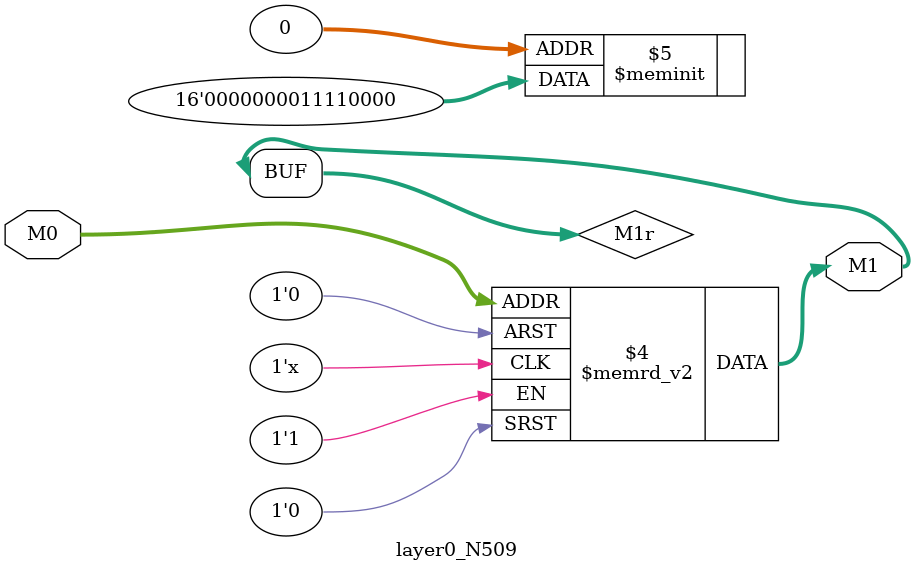
<source format=v>
module layer0_N509 ( input [2:0] M0, output [1:0] M1 );

	(*rom_style = "distributed" *) reg [1:0] M1r;
	assign M1 = M1r;
	always @ (M0) begin
		case (M0)
			3'b000: M1r = 2'b00;
			3'b100: M1r = 2'b00;
			3'b010: M1r = 2'b11;
			3'b110: M1r = 2'b00;
			3'b001: M1r = 2'b00;
			3'b101: M1r = 2'b00;
			3'b011: M1r = 2'b11;
			3'b111: M1r = 2'b00;

		endcase
	end
endmodule

</source>
